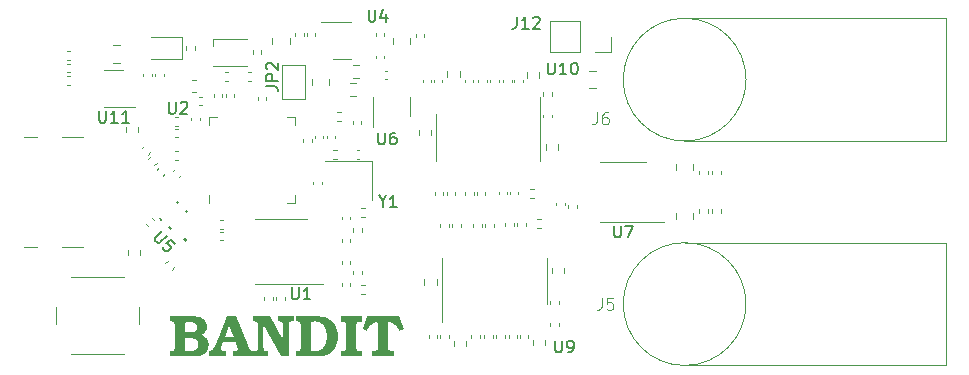
<source format=gbr>
%TF.GenerationSoftware,KiCad,Pcbnew,7.0.7*%
%TF.CreationDate,2024-02-05T21:16:27-08:00*%
%TF.ProjectId,Bandit_Dev_Platform,42616e64-6974-45f4-9465-765f506c6174,rev?*%
%TF.SameCoordinates,Original*%
%TF.FileFunction,Legend,Top*%
%TF.FilePolarity,Positive*%
%FSLAX46Y46*%
G04 Gerber Fmt 4.6, Leading zero omitted, Abs format (unit mm)*
G04 Created by KiCad (PCBNEW 7.0.7) date 2024-02-05 21:16:27*
%MOMM*%
%LPD*%
G01*
G04 APERTURE LIST*
%ADD10C,0.300000*%
%ADD11C,0.150000*%
%ADD12C,0.100000*%
%ADD13C,0.120000*%
%ADD14C,0.127000*%
%ADD15C,0.200000*%
G04 APERTURE END LIST*
D10*
G36*
X34338479Y-46413286D02*
G01*
X34391323Y-46414278D01*
X34442638Y-46415931D01*
X34492423Y-46418245D01*
X34540678Y-46421221D01*
X34587404Y-46424857D01*
X34632601Y-46429155D01*
X34676269Y-46434113D01*
X34718407Y-46439733D01*
X34759015Y-46446014D01*
X34798095Y-46452957D01*
X34835645Y-46460560D01*
X34871665Y-46468825D01*
X34906157Y-46477751D01*
X34939118Y-46487338D01*
X34970551Y-46497586D01*
X35015016Y-46513324D01*
X35057799Y-46530618D01*
X35098898Y-46549468D01*
X35138315Y-46569874D01*
X35176049Y-46591837D01*
X35212099Y-46615355D01*
X35246467Y-46640429D01*
X35279152Y-46667060D01*
X35310153Y-46695247D01*
X35339472Y-46724989D01*
X35367108Y-46756288D01*
X35393060Y-46789143D01*
X35417330Y-46823554D01*
X35439917Y-46859521D01*
X35460821Y-46897045D01*
X35480041Y-46936124D01*
X35496070Y-46976035D01*
X35509961Y-47016266D01*
X35521715Y-47056818D01*
X35531332Y-47097691D01*
X35538812Y-47138884D01*
X35544155Y-47180397D01*
X35547361Y-47222232D01*
X35548429Y-47264386D01*
X35546593Y-47323889D01*
X35541083Y-47381434D01*
X35531900Y-47437023D01*
X35519044Y-47490655D01*
X35502515Y-47542330D01*
X35482312Y-47592048D01*
X35458436Y-47639809D01*
X35430887Y-47685614D01*
X35399665Y-47729462D01*
X35364770Y-47771353D01*
X35326202Y-47811287D01*
X35283960Y-47849264D01*
X35238045Y-47885285D01*
X35188457Y-47919348D01*
X35135196Y-47951455D01*
X35078262Y-47981606D01*
X35116234Y-47994784D01*
X35153001Y-48008780D01*
X35188563Y-48023595D01*
X35222919Y-48039228D01*
X35256069Y-48055679D01*
X35288014Y-48072948D01*
X35318754Y-48091035D01*
X35348288Y-48109940D01*
X35376616Y-48129663D01*
X35429657Y-48171564D01*
X35477876Y-48216738D01*
X35521273Y-48265184D01*
X35559848Y-48316902D01*
X35593601Y-48371893D01*
X35622533Y-48430156D01*
X35646642Y-48491692D01*
X35665929Y-48556500D01*
X35673765Y-48590132D01*
X35680395Y-48624581D01*
X35685820Y-48659849D01*
X35690039Y-48695935D01*
X35693053Y-48732838D01*
X35694861Y-48770560D01*
X35695464Y-48809100D01*
X35694856Y-48850357D01*
X35693033Y-48890779D01*
X35689994Y-48930365D01*
X35685740Y-48969118D01*
X35680270Y-49007035D01*
X35673585Y-49044117D01*
X35665684Y-49080365D01*
X35656568Y-49115778D01*
X35646236Y-49150356D01*
X35634689Y-49184099D01*
X35621926Y-49217007D01*
X35607948Y-49249081D01*
X35592755Y-49280320D01*
X35576346Y-49310724D01*
X35558721Y-49340293D01*
X35539881Y-49369027D01*
X35519825Y-49396927D01*
X35498554Y-49423991D01*
X35476068Y-49450221D01*
X35452366Y-49475616D01*
X35427448Y-49500176D01*
X35401315Y-49523902D01*
X35373967Y-49546792D01*
X35345403Y-49568848D01*
X35315623Y-49590069D01*
X35284628Y-49610455D01*
X35252418Y-49630007D01*
X35218992Y-49648723D01*
X35184350Y-49666605D01*
X35148493Y-49683652D01*
X35111421Y-49699864D01*
X35073133Y-49715241D01*
X35028859Y-49731282D01*
X34980348Y-49745745D01*
X34945653Y-49754511D01*
X34909075Y-49762575D01*
X34870613Y-49769938D01*
X34830269Y-49776600D01*
X34788040Y-49782561D01*
X34743929Y-49787820D01*
X34697934Y-49792378D01*
X34650056Y-49796235D01*
X34600294Y-49799391D01*
X34548649Y-49801845D01*
X34495121Y-49803598D01*
X34439709Y-49804650D01*
X34382414Y-49805001D01*
X32398307Y-49805001D01*
X32398307Y-49396382D01*
X32447948Y-49391426D01*
X32493967Y-49385854D01*
X32536365Y-49379665D01*
X32575141Y-49372860D01*
X32610296Y-49365440D01*
X32651536Y-49354587D01*
X32686337Y-49342639D01*
X32720786Y-49326164D01*
X32741102Y-49311752D01*
X32766468Y-49283752D01*
X32787534Y-49246236D01*
X32801292Y-49209370D01*
X32812298Y-49166414D01*
X32818747Y-49130200D01*
X32823649Y-49090560D01*
X32827002Y-49047493D01*
X32828808Y-49001001D01*
X32829152Y-48968102D01*
X32829152Y-48273109D01*
X33686566Y-48273109D01*
X33686566Y-49124540D01*
X33687310Y-49161551D01*
X33690239Y-49197603D01*
X33695969Y-49225412D01*
X33710155Y-49259072D01*
X33735186Y-49288244D01*
X33771063Y-49312927D01*
X33805088Y-49328495D01*
X33845214Y-49341538D01*
X33891441Y-49352057D01*
X33925649Y-49357667D01*
X33962567Y-49362155D01*
X34002198Y-49365521D01*
X34044540Y-49367765D01*
X34089593Y-49368887D01*
X34113136Y-49369027D01*
X34150639Y-49368459D01*
X34187281Y-49366756D01*
X34223061Y-49363918D01*
X34257980Y-49359944D01*
X34292037Y-49354835D01*
X34341507Y-49345043D01*
X34389039Y-49332696D01*
X34434632Y-49317794D01*
X34478287Y-49300338D01*
X34520004Y-49280328D01*
X34559782Y-49257763D01*
X34597622Y-49232643D01*
X34609804Y-49223703D01*
X34644483Y-49195054D01*
X34675751Y-49163926D01*
X34703608Y-49130319D01*
X34728054Y-49094233D01*
X34749089Y-49055667D01*
X34766712Y-49014622D01*
X34780925Y-48971097D01*
X34791727Y-48925093D01*
X34799117Y-48876609D01*
X34803097Y-48825646D01*
X34803855Y-48790294D01*
X34803034Y-48752663D01*
X34800569Y-48716496D01*
X34796462Y-48681791D01*
X34787221Y-48632476D01*
X34774283Y-48586452D01*
X34757648Y-48543719D01*
X34737317Y-48504276D01*
X34713289Y-48468125D01*
X34685565Y-48435264D01*
X34654144Y-48405694D01*
X34619027Y-48379415D01*
X34593562Y-48363723D01*
X34561568Y-48347530D01*
X34526493Y-48332929D01*
X34488338Y-48319921D01*
X34447102Y-48308505D01*
X34402786Y-48298683D01*
X34355389Y-48290453D01*
X34304912Y-48283817D01*
X34269550Y-48280277D01*
X34232818Y-48277445D01*
X34194717Y-48275322D01*
X34155247Y-48273906D01*
X34114408Y-48273198D01*
X34093475Y-48273109D01*
X33686566Y-48273109D01*
X32829152Y-48273109D01*
X32829152Y-47780716D01*
X33686566Y-47780716D01*
X34078942Y-47780716D01*
X34118124Y-47780303D01*
X34156062Y-47779063D01*
X34192757Y-47776997D01*
X34228207Y-47774104D01*
X34262414Y-47770385D01*
X34327095Y-47760467D01*
X34386801Y-47747244D01*
X34441531Y-47730715D01*
X34491286Y-47710879D01*
X34536066Y-47687738D01*
X34575870Y-47661291D01*
X34610698Y-47631539D01*
X34640551Y-47598480D01*
X34665429Y-47562115D01*
X34685331Y-47522445D01*
X34700257Y-47479469D01*
X34710208Y-47433187D01*
X34715184Y-47383599D01*
X34715806Y-47357565D01*
X34713354Y-47302805D01*
X34706001Y-47251577D01*
X34693746Y-47203882D01*
X34676589Y-47159721D01*
X34654530Y-47119092D01*
X34627569Y-47081996D01*
X34595706Y-47048433D01*
X34558941Y-47018403D01*
X34517273Y-46991906D01*
X34470704Y-46968942D01*
X34419233Y-46949511D01*
X34362859Y-46933613D01*
X34301584Y-46921248D01*
X34235407Y-46912415D01*
X34200480Y-46909324D01*
X34164327Y-46907116D01*
X34126949Y-46905791D01*
X34088346Y-46905349D01*
X34048405Y-46905680D01*
X34010648Y-46906672D01*
X33975075Y-46908325D01*
X33925810Y-46912044D01*
X33881459Y-46917251D01*
X33842021Y-46923945D01*
X33807497Y-46932127D01*
X33769109Y-46945350D01*
X33733408Y-46965599D01*
X33711357Y-46989980D01*
X33698284Y-47026110D01*
X33692013Y-47061336D01*
X33688527Y-47098041D01*
X33686953Y-47133220D01*
X33686566Y-47164369D01*
X33686566Y-47780716D01*
X32829152Y-47780716D01*
X32829152Y-47249854D01*
X32828378Y-47201077D01*
X32826056Y-47155727D01*
X32822187Y-47113803D01*
X32816770Y-47075304D01*
X32809805Y-47040232D01*
X32798111Y-46998799D01*
X32783665Y-46963456D01*
X32761739Y-46927843D01*
X32741102Y-46906204D01*
X32708214Y-46884997D01*
X32669741Y-46869206D01*
X32631721Y-46857806D01*
X32587262Y-46847501D01*
X32549692Y-46840491D01*
X32508502Y-46834097D01*
X32463690Y-46828319D01*
X32415256Y-46823158D01*
X32398307Y-46821574D01*
X32398307Y-46412956D01*
X34284106Y-46412956D01*
X34338479Y-46413286D01*
G37*
G36*
X39000314Y-48859536D02*
G01*
X39016532Y-48896913D01*
X39032063Y-48932319D01*
X39046906Y-48965755D01*
X39061061Y-48997221D01*
X39081004Y-49040725D01*
X39099399Y-49079797D01*
X39116247Y-49114436D01*
X39136302Y-49153726D01*
X39153606Y-49185135D01*
X39174403Y-49217472D01*
X39177267Y-49221138D01*
X39205758Y-49248480D01*
X39239939Y-49273230D01*
X39279809Y-49295390D01*
X39313447Y-49310309D01*
X39350284Y-49323770D01*
X39390323Y-49335774D01*
X39433562Y-49346320D01*
X39480002Y-49355409D01*
X39529643Y-49363040D01*
X39564515Y-49367317D01*
X39564515Y-49805001D01*
X37775314Y-49805001D01*
X37775314Y-49367317D01*
X37825209Y-49362813D01*
X37871885Y-49357633D01*
X37915342Y-49351780D01*
X37955580Y-49345252D01*
X37992599Y-49338049D01*
X38026399Y-49330171D01*
X38071063Y-49317091D01*
X38108485Y-49302492D01*
X38138663Y-49286376D01*
X38167635Y-49262527D01*
X38185742Y-49228922D01*
X38187351Y-49214299D01*
X38180289Y-49175300D01*
X38167733Y-49129833D01*
X38154197Y-49085512D01*
X38143210Y-49051097D01*
X38130655Y-49012789D01*
X38116530Y-48970588D01*
X38100835Y-48924493D01*
X38083571Y-48874504D01*
X38064738Y-48820622D01*
X38044335Y-48762846D01*
X38022363Y-48701176D01*
X38010788Y-48668882D01*
X37998821Y-48635613D01*
X37986461Y-48601372D01*
X36932431Y-48601372D01*
X36775994Y-49013409D01*
X36763188Y-49047808D01*
X36750686Y-49085395D01*
X36741309Y-49118954D01*
X36734320Y-49153017D01*
X36731542Y-49185234D01*
X36737913Y-49219455D01*
X36757027Y-49250310D01*
X36782689Y-49273451D01*
X36817200Y-49294254D01*
X36851181Y-49309214D01*
X36890824Y-49322678D01*
X36912770Y-49328849D01*
X36949208Y-49336703D01*
X36989019Y-49343365D01*
X37030367Y-49349421D01*
X37068795Y-49354597D01*
X37111978Y-49360067D01*
X37147486Y-49364362D01*
X37172644Y-49367317D01*
X37172644Y-49805001D01*
X35688625Y-49805001D01*
X35688625Y-49367317D01*
X35725002Y-49360989D01*
X35762889Y-49352634D01*
X35799191Y-49343605D01*
X35839792Y-49332698D01*
X35875369Y-49322621D01*
X35913697Y-49311341D01*
X35923709Y-49308333D01*
X35961248Y-49286629D01*
X35998531Y-49258705D01*
X36035559Y-49224559D01*
X36060103Y-49198339D01*
X36084533Y-49169354D01*
X36108849Y-49137605D01*
X36133052Y-49103090D01*
X36157142Y-49065811D01*
X36181118Y-49025766D01*
X36204980Y-48982957D01*
X36228729Y-48937383D01*
X36252364Y-48889044D01*
X36275886Y-48837940D01*
X36299294Y-48784071D01*
X36310956Y-48756100D01*
X36556263Y-48163689D01*
X37089724Y-48163689D01*
X37824895Y-48163689D01*
X37461584Y-47216515D01*
X37089724Y-48163689D01*
X36556263Y-48163689D01*
X37281210Y-46412956D01*
X38040317Y-46412956D01*
X39000314Y-48859536D01*
G37*
G36*
X42898429Y-46821574D02*
G01*
X42864412Y-46825411D01*
X42816455Y-46831529D01*
X42772179Y-46838083D01*
X42731584Y-46845073D01*
X42694671Y-46852499D01*
X42651181Y-46863078D01*
X42614235Y-46874431D01*
X42577257Y-46889713D01*
X42550505Y-46906204D01*
X42526617Y-46934204D01*
X42506778Y-46971721D01*
X42493822Y-47008586D01*
X42483456Y-47051542D01*
X42477383Y-47087756D01*
X42472768Y-47127397D01*
X42469609Y-47170463D01*
X42467909Y-47216956D01*
X42467585Y-47249854D01*
X42467585Y-49805001D01*
X41859787Y-49805001D01*
X40335589Y-47091707D01*
X40335589Y-48953570D01*
X40336363Y-49002224D01*
X40338685Y-49047527D01*
X40342554Y-49089479D01*
X40347971Y-49128080D01*
X40354936Y-49163330D01*
X40366630Y-49205117D01*
X40381076Y-49240947D01*
X40398273Y-49270820D01*
X40423639Y-49299784D01*
X40456818Y-49318297D01*
X40495486Y-49332622D01*
X40533634Y-49343361D01*
X40578193Y-49353459D01*
X40615820Y-49360612D01*
X40657053Y-49367404D01*
X40701892Y-49373836D01*
X40750338Y-49379906D01*
X40767288Y-49381850D01*
X40767288Y-49805001D01*
X39449110Y-49805001D01*
X39449110Y-49396382D01*
X39497834Y-49391426D01*
X39543026Y-49385854D01*
X39584688Y-49379665D01*
X39622818Y-49372860D01*
X39657417Y-49365440D01*
X39698056Y-49354587D01*
X39732417Y-49342639D01*
X39766540Y-49326164D01*
X39786775Y-49311752D01*
X39813619Y-49284128D01*
X39835913Y-49247739D01*
X39850472Y-49212316D01*
X39862119Y-49171283D01*
X39868944Y-49136827D01*
X39874130Y-49099215D01*
X39877679Y-49058448D01*
X39879590Y-49014525D01*
X39879954Y-48983490D01*
X39879954Y-47234467D01*
X39879135Y-47188440D01*
X39876678Y-47145569D01*
X39872584Y-47105853D01*
X39866851Y-47069294D01*
X39859480Y-47035889D01*
X39847105Y-46996259D01*
X39831818Y-46962239D01*
X39808614Y-46927602D01*
X39786775Y-46906204D01*
X39754067Y-46884997D01*
X39716021Y-46869206D01*
X39678521Y-46857806D01*
X39634743Y-46847501D01*
X39597790Y-46840491D01*
X39557306Y-46834097D01*
X39513290Y-46828319D01*
X39465743Y-46823158D01*
X39449110Y-46821574D01*
X39449110Y-46412956D01*
X40894661Y-46412956D01*
X42011095Y-48393643D01*
X42011095Y-47244725D01*
X42010276Y-47198080D01*
X42007819Y-47154635D01*
X42003725Y-47114391D01*
X41997992Y-47077348D01*
X41990621Y-47043505D01*
X41978246Y-47003361D01*
X41962959Y-46968906D01*
X41939755Y-46933840D01*
X41917916Y-46912188D01*
X41885208Y-46890660D01*
X41847162Y-46874602D01*
X41809662Y-46862988D01*
X41765884Y-46852470D01*
X41728931Y-46845300D01*
X41688447Y-46838745D01*
X41644431Y-46832807D01*
X41596884Y-46827485D01*
X41580251Y-46825848D01*
X41580251Y-46412956D01*
X42898429Y-46412956D01*
X42898429Y-46821574D01*
G37*
G36*
X44697286Y-46413028D02*
G01*
X44732877Y-46413246D01*
X44767904Y-46413609D01*
X44802367Y-46414118D01*
X44869600Y-46415570D01*
X44934575Y-46417604D01*
X44997293Y-46420219D01*
X45057754Y-46423414D01*
X45115957Y-46427191D01*
X45171903Y-46431549D01*
X45225591Y-46436488D01*
X45277023Y-46442007D01*
X45326197Y-46448108D01*
X45373113Y-46454790D01*
X45417772Y-46462053D01*
X45460174Y-46469897D01*
X45500319Y-46478322D01*
X45538206Y-46487328D01*
X45573128Y-46497389D01*
X45608010Y-46508766D01*
X45642852Y-46521458D01*
X45677653Y-46535467D01*
X45712415Y-46550790D01*
X45747137Y-46567430D01*
X45781818Y-46585385D01*
X45816460Y-46604656D01*
X45851061Y-46625242D01*
X45885622Y-46647145D01*
X45920144Y-46670363D01*
X45954625Y-46694896D01*
X45989066Y-46720745D01*
X46023467Y-46747910D01*
X46057828Y-46776391D01*
X46092149Y-46806187D01*
X46125914Y-46836767D01*
X46158607Y-46868027D01*
X46190228Y-46899966D01*
X46220777Y-46932584D01*
X46250254Y-46965883D01*
X46278660Y-46999860D01*
X46305993Y-47034518D01*
X46332255Y-47069855D01*
X46357445Y-47105871D01*
X46381562Y-47142567D01*
X46404608Y-47179942D01*
X46426582Y-47217997D01*
X46447484Y-47256732D01*
X46467314Y-47296146D01*
X46486073Y-47336240D01*
X46503759Y-47377013D01*
X46520374Y-47418466D01*
X46535916Y-47460598D01*
X46550387Y-47503410D01*
X46563786Y-47546901D01*
X46576112Y-47591072D01*
X46587367Y-47635922D01*
X46597550Y-47681452D01*
X46606662Y-47727662D01*
X46614701Y-47774551D01*
X46621668Y-47822119D01*
X46627564Y-47870367D01*
X46632387Y-47919295D01*
X46636139Y-47968902D01*
X46638819Y-48019189D01*
X46640427Y-48070155D01*
X46640963Y-48121801D01*
X46640004Y-48187307D01*
X46637129Y-48251965D01*
X46632337Y-48315775D01*
X46625629Y-48378737D01*
X46617003Y-48440850D01*
X46606461Y-48502116D01*
X46594003Y-48562533D01*
X46579627Y-48622102D01*
X46563335Y-48680823D01*
X46545126Y-48738695D01*
X46525000Y-48795720D01*
X46502958Y-48851896D01*
X46478998Y-48907224D01*
X46453123Y-48961704D01*
X46425330Y-49015336D01*
X46395621Y-49068120D01*
X46362435Y-49123024D01*
X46327633Y-49175751D01*
X46291215Y-49226300D01*
X46253181Y-49274673D01*
X46213531Y-49320868D01*
X46172264Y-49364886D01*
X46129382Y-49406727D01*
X46084883Y-49446391D01*
X46038767Y-49483877D01*
X45991036Y-49519187D01*
X45941689Y-49552319D01*
X45890725Y-49583274D01*
X45838145Y-49612052D01*
X45783949Y-49638652D01*
X45728136Y-49663075D01*
X45670708Y-49685322D01*
X45629338Y-49699814D01*
X45586011Y-49713371D01*
X45540727Y-49725994D01*
X45493487Y-49737681D01*
X45444289Y-49748433D01*
X45393135Y-49758251D01*
X45340024Y-49767133D01*
X45284957Y-49775081D01*
X45227932Y-49782093D01*
X45168951Y-49788171D01*
X45108013Y-49793313D01*
X45045118Y-49797521D01*
X44980266Y-49800793D01*
X44913458Y-49803131D01*
X44844692Y-49804533D01*
X44809576Y-49804884D01*
X44773970Y-49805001D01*
X43073674Y-49805001D01*
X43073674Y-49396382D01*
X43123314Y-49391426D01*
X43169333Y-49385854D01*
X43211731Y-49379665D01*
X43250507Y-49372860D01*
X43285662Y-49365440D01*
X43326902Y-49354587D01*
X43361704Y-49342639D01*
X43396152Y-49326164D01*
X43416468Y-49311752D01*
X43441834Y-49283752D01*
X43462901Y-49246236D01*
X43476659Y-49209370D01*
X43487665Y-49166414D01*
X43490859Y-49148476D01*
X44361933Y-49148476D01*
X44362520Y-49185181D01*
X44364908Y-49221295D01*
X44371336Y-49253622D01*
X44390841Y-49285391D01*
X44421575Y-49311775D01*
X44454246Y-49329006D01*
X44494104Y-49342790D01*
X44528713Y-49350867D01*
X44567364Y-49357006D01*
X44610057Y-49361206D01*
X44656792Y-49363467D01*
X44690195Y-49363898D01*
X44751804Y-49362349D01*
X44811610Y-49357700D01*
X44869613Y-49349953D01*
X44925813Y-49339107D01*
X44980209Y-49325163D01*
X45032803Y-49308119D01*
X45083593Y-49287977D01*
X45132580Y-49264735D01*
X45179763Y-49238395D01*
X45225144Y-49208956D01*
X45268721Y-49176419D01*
X45310495Y-49140782D01*
X45350466Y-49102047D01*
X45388634Y-49060212D01*
X45424999Y-49015279D01*
X45459560Y-48967248D01*
X45488648Y-48922729D01*
X45515860Y-48876794D01*
X45541195Y-48829443D01*
X45564653Y-48780677D01*
X45586235Y-48730494D01*
X45605940Y-48678896D01*
X45623768Y-48625882D01*
X45639719Y-48571452D01*
X45653794Y-48515606D01*
X45665993Y-48458345D01*
X45676314Y-48399667D01*
X45684759Y-48339574D01*
X45691328Y-48278065D01*
X45696019Y-48215140D01*
X45698834Y-48150799D01*
X45699773Y-48085042D01*
X45698891Y-48019379D01*
X45696246Y-47955319D01*
X45691839Y-47892861D01*
X45685668Y-47832007D01*
X45677734Y-47772755D01*
X45668036Y-47715106D01*
X45656576Y-47659060D01*
X45643353Y-47604617D01*
X45628366Y-47551776D01*
X45611616Y-47500539D01*
X45593103Y-47450904D01*
X45572827Y-47402872D01*
X45550788Y-47356443D01*
X45526986Y-47311617D01*
X45501421Y-47268394D01*
X45474092Y-47226773D01*
X45440673Y-47181226D01*
X45405384Y-47138617D01*
X45368224Y-47098946D01*
X45329195Y-47062214D01*
X45288296Y-47028421D01*
X45245527Y-46997566D01*
X45200888Y-46969650D01*
X45154378Y-46944673D01*
X45105999Y-46922633D01*
X45055750Y-46903533D01*
X45003631Y-46887371D01*
X44949642Y-46874147D01*
X44893783Y-46863862D01*
X44836054Y-46856516D01*
X44776455Y-46852108D01*
X44714986Y-46850639D01*
X44680209Y-46850947D01*
X44637346Y-46852316D01*
X44598491Y-46854781D01*
X44563642Y-46858340D01*
X44525716Y-46864330D01*
X44488470Y-46873777D01*
X44460240Y-46885688D01*
X44431919Y-46905974D01*
X44408398Y-46932104D01*
X44389678Y-46964077D01*
X44375757Y-47001894D01*
X44368077Y-47036355D01*
X44363469Y-47074556D01*
X44361933Y-47116497D01*
X44361933Y-49148476D01*
X43490859Y-49148476D01*
X43494114Y-49130200D01*
X43499015Y-49090560D01*
X43502368Y-49047493D01*
X43504174Y-49001001D01*
X43504518Y-48968102D01*
X43504518Y-47249854D01*
X43503744Y-47201077D01*
X43501423Y-47155727D01*
X43497553Y-47113803D01*
X43492136Y-47075304D01*
X43485171Y-47040232D01*
X43473477Y-46998799D01*
X43459031Y-46963456D01*
X43437105Y-46927843D01*
X43416468Y-46906204D01*
X43383580Y-46884997D01*
X43345108Y-46869206D01*
X43307087Y-46857806D01*
X43262628Y-46847501D01*
X43225059Y-46840491D01*
X43183868Y-46834097D01*
X43139056Y-46828319D01*
X43090623Y-46823158D01*
X43073674Y-46821574D01*
X43073674Y-46412956D01*
X44661130Y-46412956D01*
X44697286Y-46413028D01*
G37*
G36*
X48651570Y-49805001D02*
G01*
X46893143Y-49805001D01*
X46893143Y-49367317D01*
X46942829Y-49362611D01*
X46988983Y-49357470D01*
X47031606Y-49351892D01*
X47070698Y-49345879D01*
X47106259Y-49339430D01*
X47148180Y-49330154D01*
X47183823Y-49320103D01*
X47219549Y-49306449D01*
X47241067Y-49294655D01*
X47270620Y-49267528D01*
X47295163Y-49232094D01*
X47311192Y-49197767D01*
X47324014Y-49158123D01*
X47333631Y-49113163D01*
X47338740Y-49075955D01*
X47342046Y-49035756D01*
X47343549Y-48992567D01*
X47343649Y-48977506D01*
X47343649Y-47240451D01*
X47342748Y-47196265D01*
X47340043Y-47155069D01*
X47335535Y-47116864D01*
X47329224Y-47081649D01*
X47318004Y-47039347D01*
X47303578Y-47002362D01*
X47285947Y-46970692D01*
X47259400Y-46938581D01*
X47241067Y-46923301D01*
X47206436Y-46905900D01*
X47166786Y-46892731D01*
X47128004Y-46883067D01*
X47082944Y-46874178D01*
X47045029Y-46868020D01*
X47003583Y-46862297D01*
X46958606Y-46857010D01*
X46910098Y-46852159D01*
X46893143Y-46850639D01*
X46893143Y-46412956D01*
X48651570Y-46412956D01*
X48651570Y-46850639D01*
X48601884Y-46855345D01*
X48555730Y-46860486D01*
X48513106Y-46866064D01*
X48474015Y-46872077D01*
X48438454Y-46878526D01*
X48396533Y-46887802D01*
X48360890Y-46897854D01*
X48325164Y-46911507D01*
X48303646Y-46923301D01*
X48274093Y-46950429D01*
X48249550Y-46985862D01*
X48233521Y-47020190D01*
X48220699Y-47059833D01*
X48211081Y-47104793D01*
X48205972Y-47142002D01*
X48202667Y-47182201D01*
X48201164Y-47225390D01*
X48201064Y-47240451D01*
X48201064Y-48977506D01*
X48201965Y-49021692D01*
X48204670Y-49062887D01*
X48209178Y-49101092D01*
X48215489Y-49136307D01*
X48226709Y-49178609D01*
X48241135Y-49215595D01*
X48258766Y-49247264D01*
X48285313Y-49279375D01*
X48303646Y-49294655D01*
X48338277Y-49312056D01*
X48377927Y-49325225D01*
X48416709Y-49334889D01*
X48461769Y-49343778D01*
X48499683Y-49349936D01*
X48541130Y-49355659D01*
X48586107Y-49360946D01*
X48634615Y-49365797D01*
X48651570Y-49367317D01*
X48651570Y-49805001D01*
G37*
G36*
X52199197Y-47475534D02*
G01*
X51841015Y-47624278D01*
X51821388Y-47590994D01*
X51803583Y-47561061D01*
X51783909Y-47528189D01*
X51762364Y-47492379D01*
X51738949Y-47453630D01*
X51720160Y-47422641D01*
X51700320Y-47389998D01*
X51679428Y-47355702D01*
X51664916Y-47331920D01*
X51641301Y-47301786D01*
X51618400Y-47275540D01*
X51591051Y-47246167D01*
X51564863Y-47219303D01*
X51535586Y-47190268D01*
X51523011Y-47178047D01*
X51488145Y-47145025D01*
X51453434Y-47114133D01*
X51418876Y-47085372D01*
X51384472Y-47058742D01*
X51350221Y-47034241D01*
X51316124Y-47011872D01*
X51282180Y-46991632D01*
X51248390Y-46973524D01*
X51214754Y-46957545D01*
X51181271Y-46943697D01*
X51147942Y-46931980D01*
X51114766Y-46922393D01*
X51065291Y-46912007D01*
X51016161Y-46906415D01*
X50983600Y-46905349D01*
X50946361Y-46908395D01*
X50912885Y-46920767D01*
X50891888Y-46948175D01*
X50890422Y-46954076D01*
X50886420Y-46990222D01*
X50885538Y-47029105D01*
X50885298Y-47067453D01*
X50885293Y-47074610D01*
X50885293Y-48969812D01*
X50885647Y-49007679D01*
X50886712Y-49042207D01*
X50888926Y-49079233D01*
X50892800Y-49116352D01*
X50898931Y-49150760D01*
X50899825Y-49154460D01*
X50910911Y-49194435D01*
X50928676Y-49229944D01*
X50953120Y-49260986D01*
X50984241Y-49287562D01*
X51013948Y-49305608D01*
X51047928Y-49320795D01*
X51086182Y-49333123D01*
X51121472Y-49341480D01*
X51155545Y-49347148D01*
X51197006Y-49352566D01*
X51235495Y-49356720D01*
X51278711Y-49360714D01*
X51314227Y-49363604D01*
X51352402Y-49366404D01*
X51365718Y-49367317D01*
X51365718Y-49805001D01*
X49548307Y-49805001D01*
X49548307Y-49367317D01*
X49587362Y-49364547D01*
X49623741Y-49361687D01*
X49668086Y-49357734D01*
X49707677Y-49353620D01*
X49742512Y-49349345D01*
X49779369Y-49343777D01*
X49813790Y-49336765D01*
X49826988Y-49333123D01*
X49865323Y-49320781D01*
X49899544Y-49305554D01*
X49929650Y-49287442D01*
X49961499Y-49260745D01*
X49986919Y-49229540D01*
X50005911Y-49193826D01*
X50018475Y-49153605D01*
X50023020Y-49115084D01*
X50025527Y-49077737D01*
X50026960Y-49040581D01*
X50027649Y-49005990D01*
X50027878Y-48968102D01*
X50027878Y-47060932D01*
X50026582Y-47024467D01*
X50021319Y-46985724D01*
X50009658Y-46949259D01*
X49988685Y-46920543D01*
X49954999Y-46905957D01*
X49944958Y-46905349D01*
X49893807Y-46907386D01*
X49843257Y-46913494D01*
X49793309Y-46923674D01*
X49743961Y-46937927D01*
X49711397Y-46949691D01*
X49679099Y-46963266D01*
X49647069Y-46978649D01*
X49615306Y-46995843D01*
X49583810Y-47014847D01*
X49552581Y-47035661D01*
X49521620Y-47058284D01*
X49490925Y-47082717D01*
X49460498Y-47108961D01*
X49430338Y-47137014D01*
X49403811Y-47162459D01*
X49378085Y-47188572D01*
X49353161Y-47215353D01*
X49329038Y-47242801D01*
X49305717Y-47270918D01*
X49283197Y-47299702D01*
X49261478Y-47329155D01*
X49240561Y-47359275D01*
X49220446Y-47390063D01*
X49201131Y-47421519D01*
X49182618Y-47453642D01*
X49164907Y-47486434D01*
X49147997Y-47519893D01*
X49131888Y-47554020D01*
X49116581Y-47588815D01*
X49102076Y-47624278D01*
X48754152Y-47475534D01*
X49102076Y-46412956D01*
X51802547Y-46412956D01*
X52199197Y-47475534D01*
G37*
D11*
X70038095Y-38729819D02*
X70038095Y-39539342D01*
X70038095Y-39539342D02*
X70085714Y-39634580D01*
X70085714Y-39634580D02*
X70133333Y-39682200D01*
X70133333Y-39682200D02*
X70228571Y-39729819D01*
X70228571Y-39729819D02*
X70419047Y-39729819D01*
X70419047Y-39729819D02*
X70514285Y-39682200D01*
X70514285Y-39682200D02*
X70561904Y-39634580D01*
X70561904Y-39634580D02*
X70609523Y-39539342D01*
X70609523Y-39539342D02*
X70609523Y-38729819D01*
X70990476Y-38729819D02*
X71657142Y-38729819D01*
X71657142Y-38729819D02*
X71228571Y-39729819D01*
X42738095Y-43954819D02*
X42738095Y-44764342D01*
X42738095Y-44764342D02*
X42785714Y-44859580D01*
X42785714Y-44859580D02*
X42833333Y-44907200D01*
X42833333Y-44907200D02*
X42928571Y-44954819D01*
X42928571Y-44954819D02*
X43119047Y-44954819D01*
X43119047Y-44954819D02*
X43214285Y-44907200D01*
X43214285Y-44907200D02*
X43261904Y-44859580D01*
X43261904Y-44859580D02*
X43309523Y-44764342D01*
X43309523Y-44764342D02*
X43309523Y-43954819D01*
X44309523Y-44954819D02*
X43738095Y-44954819D01*
X44023809Y-44954819D02*
X44023809Y-43954819D01*
X44023809Y-43954819D02*
X43928571Y-44097676D01*
X43928571Y-44097676D02*
X43833333Y-44192914D01*
X43833333Y-44192914D02*
X43738095Y-44240533D01*
X40554819Y-26933333D02*
X41269104Y-26933333D01*
X41269104Y-26933333D02*
X41411961Y-26980952D01*
X41411961Y-26980952D02*
X41507200Y-27076190D01*
X41507200Y-27076190D02*
X41554819Y-27219047D01*
X41554819Y-27219047D02*
X41554819Y-27314285D01*
X41554819Y-26457142D02*
X40554819Y-26457142D01*
X40554819Y-26457142D02*
X40554819Y-26076190D01*
X40554819Y-26076190D02*
X40602438Y-25980952D01*
X40602438Y-25980952D02*
X40650057Y-25933333D01*
X40650057Y-25933333D02*
X40745295Y-25885714D01*
X40745295Y-25885714D02*
X40888152Y-25885714D01*
X40888152Y-25885714D02*
X40983390Y-25933333D01*
X40983390Y-25933333D02*
X41031009Y-25980952D01*
X41031009Y-25980952D02*
X41078628Y-26076190D01*
X41078628Y-26076190D02*
X41078628Y-26457142D01*
X40650057Y-25504761D02*
X40602438Y-25457142D01*
X40602438Y-25457142D02*
X40554819Y-25361904D01*
X40554819Y-25361904D02*
X40554819Y-25123809D01*
X40554819Y-25123809D02*
X40602438Y-25028571D01*
X40602438Y-25028571D02*
X40650057Y-24980952D01*
X40650057Y-24980952D02*
X40745295Y-24933333D01*
X40745295Y-24933333D02*
X40840533Y-24933333D01*
X40840533Y-24933333D02*
X40983390Y-24980952D01*
X40983390Y-24980952D02*
X41554819Y-25552380D01*
X41554819Y-25552380D02*
X41554819Y-24933333D01*
X31746752Y-39175750D02*
X31174332Y-39748170D01*
X31174332Y-39748170D02*
X31140660Y-39849185D01*
X31140660Y-39849185D02*
X31140660Y-39916529D01*
X31140660Y-39916529D02*
X31174332Y-40017544D01*
X31174332Y-40017544D02*
X31309019Y-40152231D01*
X31309019Y-40152231D02*
X31410034Y-40185903D01*
X31410034Y-40185903D02*
X31477378Y-40185903D01*
X31477378Y-40185903D02*
X31578393Y-40152231D01*
X31578393Y-40152231D02*
X32150813Y-39579811D01*
X32824248Y-40253246D02*
X32487530Y-39916529D01*
X32487530Y-39916529D02*
X32117141Y-40219575D01*
X32117141Y-40219575D02*
X32184484Y-40219575D01*
X32184484Y-40219575D02*
X32285500Y-40253246D01*
X32285500Y-40253246D02*
X32453858Y-40421605D01*
X32453858Y-40421605D02*
X32487530Y-40522620D01*
X32487530Y-40522620D02*
X32487530Y-40589964D01*
X32487530Y-40589964D02*
X32453858Y-40690979D01*
X32453858Y-40690979D02*
X32285500Y-40859338D01*
X32285500Y-40859338D02*
X32184484Y-40893010D01*
X32184484Y-40893010D02*
X32117141Y-40893010D01*
X32117141Y-40893010D02*
X32016126Y-40859338D01*
X32016126Y-40859338D02*
X31847767Y-40690979D01*
X31847767Y-40690979D02*
X31814095Y-40589964D01*
X31814095Y-40589964D02*
X31814095Y-40522620D01*
D12*
X68566666Y-29157419D02*
X68566666Y-29871704D01*
X68566666Y-29871704D02*
X68519047Y-30014561D01*
X68519047Y-30014561D02*
X68423809Y-30109800D01*
X68423809Y-30109800D02*
X68280952Y-30157419D01*
X68280952Y-30157419D02*
X68185714Y-30157419D01*
X69471428Y-29157419D02*
X69280952Y-29157419D01*
X69280952Y-29157419D02*
X69185714Y-29205038D01*
X69185714Y-29205038D02*
X69138095Y-29252657D01*
X69138095Y-29252657D02*
X69042857Y-29395514D01*
X69042857Y-29395514D02*
X68995238Y-29585990D01*
X68995238Y-29585990D02*
X68995238Y-29966942D01*
X68995238Y-29966942D02*
X69042857Y-30062180D01*
X69042857Y-30062180D02*
X69090476Y-30109800D01*
X69090476Y-30109800D02*
X69185714Y-30157419D01*
X69185714Y-30157419D02*
X69376190Y-30157419D01*
X69376190Y-30157419D02*
X69471428Y-30109800D01*
X69471428Y-30109800D02*
X69519047Y-30062180D01*
X69519047Y-30062180D02*
X69566666Y-29966942D01*
X69566666Y-29966942D02*
X69566666Y-29728847D01*
X69566666Y-29728847D02*
X69519047Y-29633609D01*
X69519047Y-29633609D02*
X69471428Y-29585990D01*
X69471428Y-29585990D02*
X69376190Y-29538371D01*
X69376190Y-29538371D02*
X69185714Y-29538371D01*
X69185714Y-29538371D02*
X69090476Y-29585990D01*
X69090476Y-29585990D02*
X69042857Y-29633609D01*
X69042857Y-29633609D02*
X68995238Y-29728847D01*
D11*
X49238095Y-20454819D02*
X49238095Y-21264342D01*
X49238095Y-21264342D02*
X49285714Y-21359580D01*
X49285714Y-21359580D02*
X49333333Y-21407200D01*
X49333333Y-21407200D02*
X49428571Y-21454819D01*
X49428571Y-21454819D02*
X49619047Y-21454819D01*
X49619047Y-21454819D02*
X49714285Y-21407200D01*
X49714285Y-21407200D02*
X49761904Y-21359580D01*
X49761904Y-21359580D02*
X49809523Y-21264342D01*
X49809523Y-21264342D02*
X49809523Y-20454819D01*
X50714285Y-20788152D02*
X50714285Y-21454819D01*
X50476190Y-20407200D02*
X50238095Y-21121485D01*
X50238095Y-21121485D02*
X50857142Y-21121485D01*
X64421905Y-24929819D02*
X64421905Y-25739342D01*
X64421905Y-25739342D02*
X64469524Y-25834580D01*
X64469524Y-25834580D02*
X64517143Y-25882200D01*
X64517143Y-25882200D02*
X64612381Y-25929819D01*
X64612381Y-25929819D02*
X64802857Y-25929819D01*
X64802857Y-25929819D02*
X64898095Y-25882200D01*
X64898095Y-25882200D02*
X64945714Y-25834580D01*
X64945714Y-25834580D02*
X64993333Y-25739342D01*
X64993333Y-25739342D02*
X64993333Y-24929819D01*
X65993333Y-25929819D02*
X65421905Y-25929819D01*
X65707619Y-25929819D02*
X65707619Y-24929819D01*
X65707619Y-24929819D02*
X65612381Y-25072676D01*
X65612381Y-25072676D02*
X65517143Y-25167914D01*
X65517143Y-25167914D02*
X65421905Y-25215533D01*
X66612381Y-24929819D02*
X66707619Y-24929819D01*
X66707619Y-24929819D02*
X66802857Y-24977438D01*
X66802857Y-24977438D02*
X66850476Y-25025057D01*
X66850476Y-25025057D02*
X66898095Y-25120295D01*
X66898095Y-25120295D02*
X66945714Y-25310771D01*
X66945714Y-25310771D02*
X66945714Y-25548866D01*
X66945714Y-25548866D02*
X66898095Y-25739342D01*
X66898095Y-25739342D02*
X66850476Y-25834580D01*
X66850476Y-25834580D02*
X66802857Y-25882200D01*
X66802857Y-25882200D02*
X66707619Y-25929819D01*
X66707619Y-25929819D02*
X66612381Y-25929819D01*
X66612381Y-25929819D02*
X66517143Y-25882200D01*
X66517143Y-25882200D02*
X66469524Y-25834580D01*
X66469524Y-25834580D02*
X66421905Y-25739342D01*
X66421905Y-25739342D02*
X66374286Y-25548866D01*
X66374286Y-25548866D02*
X66374286Y-25310771D01*
X66374286Y-25310771D02*
X66421905Y-25120295D01*
X66421905Y-25120295D02*
X66469524Y-25025057D01*
X66469524Y-25025057D02*
X66517143Y-24977438D01*
X66517143Y-24977438D02*
X66612381Y-24929819D01*
X61790476Y-21054819D02*
X61790476Y-21769104D01*
X61790476Y-21769104D02*
X61742857Y-21911961D01*
X61742857Y-21911961D02*
X61647619Y-22007200D01*
X61647619Y-22007200D02*
X61504762Y-22054819D01*
X61504762Y-22054819D02*
X61409524Y-22054819D01*
X62790476Y-22054819D02*
X62219048Y-22054819D01*
X62504762Y-22054819D02*
X62504762Y-21054819D01*
X62504762Y-21054819D02*
X62409524Y-21197676D01*
X62409524Y-21197676D02*
X62314286Y-21292914D01*
X62314286Y-21292914D02*
X62219048Y-21340533D01*
X63171429Y-21150057D02*
X63219048Y-21102438D01*
X63219048Y-21102438D02*
X63314286Y-21054819D01*
X63314286Y-21054819D02*
X63552381Y-21054819D01*
X63552381Y-21054819D02*
X63647619Y-21102438D01*
X63647619Y-21102438D02*
X63695238Y-21150057D01*
X63695238Y-21150057D02*
X63742857Y-21245295D01*
X63742857Y-21245295D02*
X63742857Y-21340533D01*
X63742857Y-21340533D02*
X63695238Y-21483390D01*
X63695238Y-21483390D02*
X63123810Y-22054819D01*
X63123810Y-22054819D02*
X63742857Y-22054819D01*
X50423809Y-36678628D02*
X50423809Y-37154819D01*
X50090476Y-36154819D02*
X50423809Y-36678628D01*
X50423809Y-36678628D02*
X50757142Y-36154819D01*
X51614285Y-37154819D02*
X51042857Y-37154819D01*
X51328571Y-37154819D02*
X51328571Y-36154819D01*
X51328571Y-36154819D02*
X51233333Y-36297676D01*
X51233333Y-36297676D02*
X51138095Y-36392914D01*
X51138095Y-36392914D02*
X51042857Y-36440533D01*
X65028295Y-48477319D02*
X65028295Y-49286842D01*
X65028295Y-49286842D02*
X65075914Y-49382080D01*
X65075914Y-49382080D02*
X65123533Y-49429700D01*
X65123533Y-49429700D02*
X65218771Y-49477319D01*
X65218771Y-49477319D02*
X65409247Y-49477319D01*
X65409247Y-49477319D02*
X65504485Y-49429700D01*
X65504485Y-49429700D02*
X65552104Y-49382080D01*
X65552104Y-49382080D02*
X65599723Y-49286842D01*
X65599723Y-49286842D02*
X65599723Y-48477319D01*
X66123533Y-49477319D02*
X66314009Y-49477319D01*
X66314009Y-49477319D02*
X66409247Y-49429700D01*
X66409247Y-49429700D02*
X66456866Y-49382080D01*
X66456866Y-49382080D02*
X66552104Y-49239223D01*
X66552104Y-49239223D02*
X66599723Y-49048747D01*
X66599723Y-49048747D02*
X66599723Y-48667795D01*
X66599723Y-48667795D02*
X66552104Y-48572557D01*
X66552104Y-48572557D02*
X66504485Y-48524938D01*
X66504485Y-48524938D02*
X66409247Y-48477319D01*
X66409247Y-48477319D02*
X66218771Y-48477319D01*
X66218771Y-48477319D02*
X66123533Y-48524938D01*
X66123533Y-48524938D02*
X66075914Y-48572557D01*
X66075914Y-48572557D02*
X66028295Y-48667795D01*
X66028295Y-48667795D02*
X66028295Y-48905890D01*
X66028295Y-48905890D02*
X66075914Y-49001128D01*
X66075914Y-49001128D02*
X66123533Y-49048747D01*
X66123533Y-49048747D02*
X66218771Y-49096366D01*
X66218771Y-49096366D02*
X66409247Y-49096366D01*
X66409247Y-49096366D02*
X66504485Y-49048747D01*
X66504485Y-49048747D02*
X66552104Y-49001128D01*
X66552104Y-49001128D02*
X66599723Y-48905890D01*
X26424405Y-29004819D02*
X26424405Y-29814342D01*
X26424405Y-29814342D02*
X26472024Y-29909580D01*
X26472024Y-29909580D02*
X26519643Y-29957200D01*
X26519643Y-29957200D02*
X26614881Y-30004819D01*
X26614881Y-30004819D02*
X26805357Y-30004819D01*
X26805357Y-30004819D02*
X26900595Y-29957200D01*
X26900595Y-29957200D02*
X26948214Y-29909580D01*
X26948214Y-29909580D02*
X26995833Y-29814342D01*
X26995833Y-29814342D02*
X26995833Y-29004819D01*
X27995833Y-30004819D02*
X27424405Y-30004819D01*
X27710119Y-30004819D02*
X27710119Y-29004819D01*
X27710119Y-29004819D02*
X27614881Y-29147676D01*
X27614881Y-29147676D02*
X27519643Y-29242914D01*
X27519643Y-29242914D02*
X27424405Y-29290533D01*
X28948214Y-30004819D02*
X28376786Y-30004819D01*
X28662500Y-30004819D02*
X28662500Y-29004819D01*
X28662500Y-29004819D02*
X28567262Y-29147676D01*
X28567262Y-29147676D02*
X28472024Y-29242914D01*
X28472024Y-29242914D02*
X28376786Y-29290533D01*
D12*
X68966666Y-44857419D02*
X68966666Y-45571704D01*
X68966666Y-45571704D02*
X68919047Y-45714561D01*
X68919047Y-45714561D02*
X68823809Y-45809800D01*
X68823809Y-45809800D02*
X68680952Y-45857419D01*
X68680952Y-45857419D02*
X68585714Y-45857419D01*
X69919047Y-44857419D02*
X69442857Y-44857419D01*
X69442857Y-44857419D02*
X69395238Y-45333609D01*
X69395238Y-45333609D02*
X69442857Y-45285990D01*
X69442857Y-45285990D02*
X69538095Y-45238371D01*
X69538095Y-45238371D02*
X69776190Y-45238371D01*
X69776190Y-45238371D02*
X69871428Y-45285990D01*
X69871428Y-45285990D02*
X69919047Y-45333609D01*
X69919047Y-45333609D02*
X69966666Y-45428847D01*
X69966666Y-45428847D02*
X69966666Y-45666942D01*
X69966666Y-45666942D02*
X69919047Y-45762180D01*
X69919047Y-45762180D02*
X69871428Y-45809800D01*
X69871428Y-45809800D02*
X69776190Y-45857419D01*
X69776190Y-45857419D02*
X69538095Y-45857419D01*
X69538095Y-45857419D02*
X69442857Y-45809800D01*
X69442857Y-45809800D02*
X69395238Y-45762180D01*
D11*
X32338095Y-28254819D02*
X32338095Y-29064342D01*
X32338095Y-29064342D02*
X32385714Y-29159580D01*
X32385714Y-29159580D02*
X32433333Y-29207200D01*
X32433333Y-29207200D02*
X32528571Y-29254819D01*
X32528571Y-29254819D02*
X32719047Y-29254819D01*
X32719047Y-29254819D02*
X32814285Y-29207200D01*
X32814285Y-29207200D02*
X32861904Y-29159580D01*
X32861904Y-29159580D02*
X32909523Y-29064342D01*
X32909523Y-29064342D02*
X32909523Y-28254819D01*
X33338095Y-28350057D02*
X33385714Y-28302438D01*
X33385714Y-28302438D02*
X33480952Y-28254819D01*
X33480952Y-28254819D02*
X33719047Y-28254819D01*
X33719047Y-28254819D02*
X33814285Y-28302438D01*
X33814285Y-28302438D02*
X33861904Y-28350057D01*
X33861904Y-28350057D02*
X33909523Y-28445295D01*
X33909523Y-28445295D02*
X33909523Y-28540533D01*
X33909523Y-28540533D02*
X33861904Y-28683390D01*
X33861904Y-28683390D02*
X33290476Y-29254819D01*
X33290476Y-29254819D02*
X33909523Y-29254819D01*
X50038095Y-30854819D02*
X50038095Y-31664342D01*
X50038095Y-31664342D02*
X50085714Y-31759580D01*
X50085714Y-31759580D02*
X50133333Y-31807200D01*
X50133333Y-31807200D02*
X50228571Y-31854819D01*
X50228571Y-31854819D02*
X50419047Y-31854819D01*
X50419047Y-31854819D02*
X50514285Y-31807200D01*
X50514285Y-31807200D02*
X50561904Y-31759580D01*
X50561904Y-31759580D02*
X50609523Y-31664342D01*
X50609523Y-31664342D02*
X50609523Y-30854819D01*
X51514285Y-30854819D02*
X51323809Y-30854819D01*
X51323809Y-30854819D02*
X51228571Y-30902438D01*
X51228571Y-30902438D02*
X51180952Y-30950057D01*
X51180952Y-30950057D02*
X51085714Y-31092914D01*
X51085714Y-31092914D02*
X51038095Y-31283390D01*
X51038095Y-31283390D02*
X51038095Y-31664342D01*
X51038095Y-31664342D02*
X51085714Y-31759580D01*
X51085714Y-31759580D02*
X51133333Y-31807200D01*
X51133333Y-31807200D02*
X51228571Y-31854819D01*
X51228571Y-31854819D02*
X51419047Y-31854819D01*
X51419047Y-31854819D02*
X51514285Y-31807200D01*
X51514285Y-31807200D02*
X51561904Y-31759580D01*
X51561904Y-31759580D02*
X51609523Y-31664342D01*
X51609523Y-31664342D02*
X51609523Y-31426247D01*
X51609523Y-31426247D02*
X51561904Y-31331009D01*
X51561904Y-31331009D02*
X51514285Y-31283390D01*
X51514285Y-31283390D02*
X51419047Y-31235771D01*
X51419047Y-31235771D02*
X51228571Y-31235771D01*
X51228571Y-31235771D02*
X51133333Y-31283390D01*
X51133333Y-31283390D02*
X51085714Y-31331009D01*
X51085714Y-31331009D02*
X51038095Y-31426247D01*
D13*
%TO.C,R22*%
X48913641Y-38030000D02*
X48606359Y-38030000D01*
X48913641Y-37270000D02*
X48606359Y-37270000D01*
%TO.C,C3*%
X44735000Y-22467164D02*
X44735000Y-22682836D01*
X44015000Y-22467164D02*
X44015000Y-22682836D01*
%TO.C,C21*%
X47670000Y-39892164D02*
X47670000Y-40107836D01*
X46950000Y-39892164D02*
X46950000Y-40107836D01*
%TO.C,C59*%
X54767100Y-26587836D02*
X54767100Y-26372164D01*
X55487100Y-26587836D02*
X55487100Y-26372164D01*
%TO.C,C23*%
X47670000Y-37992164D02*
X47670000Y-38207836D01*
X46950000Y-37992164D02*
X46950000Y-38207836D01*
%TO.C,C8*%
X50585000Y-22467164D02*
X50585000Y-22682836D01*
X49865000Y-22467164D02*
X49865000Y-22682836D01*
%TO.C,R32*%
X65370200Y-46968859D02*
X65370200Y-47276141D01*
X64610200Y-46968859D02*
X64610200Y-47276141D01*
%TO.C,R8*%
X47937742Y-25152500D02*
X48412258Y-25152500D01*
X47937742Y-26197500D02*
X48412258Y-26197500D01*
%TO.C,R24*%
X48690000Y-42546359D02*
X48690000Y-42853641D01*
X47930000Y-42546359D02*
X47930000Y-42853641D01*
%TO.C,P1*%
X23300000Y-31200000D02*
X25100000Y-31200000D01*
X21200000Y-31200000D02*
X20050000Y-31200000D01*
X23300000Y-40540000D02*
X25100000Y-40540000D01*
X21200000Y-40540000D02*
X20050000Y-40540000D01*
%TO.C,C11*%
X35117836Y-28530000D02*
X34902164Y-28530000D01*
X35117836Y-27810000D02*
X34902164Y-27810000D01*
%TO.C,C30*%
X65140000Y-37007836D02*
X65140000Y-36792164D01*
X65860000Y-37007836D02*
X65860000Y-36792164D01*
%TO.C,R33*%
X65812700Y-42285242D02*
X65812700Y-42759758D01*
X64767700Y-42285242D02*
X64767700Y-42759758D01*
%TO.C,FB1*%
X34592779Y-27400000D02*
X34267221Y-27400000D01*
X34592779Y-26380000D02*
X34267221Y-26380000D01*
%TO.C,C14*%
X49865000Y-24582836D02*
X49865000Y-24367164D01*
X50585000Y-24582836D02*
X50585000Y-24367164D01*
%TO.C,C2*%
X43735000Y-22467164D02*
X43735000Y-22682836D01*
X43015000Y-22467164D02*
X43015000Y-22682836D01*
%TO.C,R21*%
X47930000Y-39253641D02*
X47930000Y-38946359D01*
X48690000Y-39253641D02*
X48690000Y-38946359D01*
%TO.C,C60*%
X56050200Y-48014664D02*
X56050200Y-48230336D01*
X55330200Y-48014664D02*
X55330200Y-48230336D01*
%TO.C,R9*%
X48162258Y-27747500D02*
X47687742Y-27747500D01*
X48162258Y-26702500D02*
X47687742Y-26702500D01*
%TO.C,U7*%
X70800000Y-38435000D02*
X74250000Y-38435000D01*
X70800000Y-38435000D02*
X68850000Y-38435000D01*
X70800000Y-33315000D02*
X72750000Y-33315000D01*
X70800000Y-33315000D02*
X68850000Y-33315000D01*
%TO.C,C7*%
X48447836Y-33060000D02*
X48232164Y-33060000D01*
X48447836Y-32340000D02*
X48232164Y-32340000D01*
%TO.C,C16*%
X62030200Y-48230336D02*
X62030200Y-48014664D01*
X62750200Y-48230336D02*
X62750200Y-48014664D01*
%TO.C,C26*%
X41130000Y-44792164D02*
X41130000Y-45007836D01*
X40410000Y-44792164D02*
X40410000Y-45007836D01*
%TO.C,R30*%
X56467700Y-48959758D02*
X56467700Y-48485242D01*
X57512700Y-48959758D02*
X57512700Y-48485242D01*
%TO.C,C37*%
X36120000Y-27827836D02*
X36120000Y-27612164D01*
X36840000Y-27827836D02*
X36840000Y-27612164D01*
%TO.C,C6*%
X23927836Y-25760000D02*
X23712164Y-25760000D01*
X23927836Y-25040000D02*
X23712164Y-25040000D01*
%TO.C,R23*%
X48913641Y-44530000D02*
X48606359Y-44530000D01*
X48913641Y-43770000D02*
X48606359Y-43770000D01*
%TO.C,C32*%
X48635000Y-29917164D02*
X48635000Y-30132836D01*
X47915000Y-29917164D02*
X47915000Y-30132836D01*
%TO.C,C34*%
X31950810Y-34368307D02*
X31798307Y-34520810D01*
X31441693Y-33859190D02*
X31289190Y-34011693D01*
%TO.C,U1*%
X41790000Y-43645000D02*
X45390000Y-43645000D01*
X41790000Y-43645000D02*
X39590000Y-43645000D01*
X41790000Y-38175000D02*
X43990000Y-38175000D01*
X41790000Y-38175000D02*
X39590000Y-38175000D01*
%TO.C,C47*%
X65350200Y-45114664D02*
X65350200Y-45330336D01*
X64630200Y-45114664D02*
X64630200Y-45330336D01*
%TO.C,R39*%
X64047300Y-27758341D02*
X64047300Y-27451059D01*
X64807300Y-27758341D02*
X64807300Y-27451059D01*
%TO.C,R34*%
X63843841Y-38902500D02*
X63536559Y-38902500D01*
X63843841Y-38142500D02*
X63536559Y-38142500D01*
%TO.C,C38*%
X61360000Y-26392164D02*
X61360000Y-26607836D01*
X60640000Y-26392164D02*
X60640000Y-26607836D01*
%TO.C,D2*%
X36070000Y-22925000D02*
X38970000Y-22925000D01*
X36070000Y-23525000D02*
X36070000Y-22925000D01*
X36070000Y-25225000D02*
X38970000Y-25225000D01*
%TO.C,C50*%
X62550200Y-38514664D02*
X62550200Y-38730336D01*
X61830200Y-38514664D02*
X61830200Y-38730336D01*
%TO.C,C68*%
X30170000Y-26087836D02*
X30170000Y-25872164D01*
X30890000Y-26087836D02*
X30890000Y-25872164D01*
%TO.C,JP2*%
X43900000Y-25175000D02*
X43900000Y-27975000D01*
X41900000Y-25175000D02*
X43900000Y-25175000D01*
X43900000Y-27975000D02*
X41900000Y-27975000D01*
X41900000Y-27975000D02*
X41900000Y-25175000D01*
%TO.C,C29*%
X36887836Y-39960000D02*
X36672164Y-39960000D01*
X36887836Y-39240000D02*
X36672164Y-39240000D01*
%TO.C,D1*%
X33485000Y-24660000D02*
X33485000Y-22740000D01*
X33485000Y-22740000D02*
X30800000Y-22740000D01*
X30800000Y-24660000D02*
X33485000Y-24660000D01*
%TO.C,C63*%
X33077836Y-30260000D02*
X32862164Y-30260000D01*
X33077836Y-29540000D02*
X32862164Y-29540000D01*
%TO.C,C74*%
X39840000Y-28087836D02*
X39840000Y-27872164D01*
X40560000Y-28087836D02*
X40560000Y-27872164D01*
%TO.C,C51*%
X58403100Y-36107836D02*
X58403100Y-35892164D01*
X59123100Y-36107836D02*
X59123100Y-35892164D01*
%TO.C,C24*%
X46950000Y-43807836D02*
X46950000Y-43592164D01*
X47670000Y-43807836D02*
X47670000Y-43592164D01*
%TO.C,R37*%
X56949600Y-25662742D02*
X56949600Y-26137258D01*
X55904600Y-25662742D02*
X55904600Y-26137258D01*
%TO.C,R1*%
X40175000Y-23871359D02*
X40175000Y-24178641D01*
X39415000Y-23871359D02*
X39415000Y-24178641D01*
%TO.C,C73*%
X68461252Y-27110000D02*
X67938748Y-27110000D01*
X68461252Y-25640000D02*
X67938748Y-25640000D01*
%TO.C,C20*%
X61197100Y-36082436D02*
X61197100Y-35866764D01*
X61917100Y-36082436D02*
X61917100Y-35866764D01*
D14*
%TO.C,U5*%
X32481923Y-39006798D02*
X32368786Y-38893661D01*
X33896137Y-37592584D02*
X33783000Y-37479447D01*
X31590969Y-38115844D02*
X31704106Y-38228981D01*
X33005183Y-36701630D02*
X33118320Y-36814767D01*
D15*
X33833502Y-39918966D02*
G75*
G03*
X33833502Y-39918966I-100000J0D01*
G01*
D13*
%TO.C,R2*%
X39006359Y-25720000D02*
X39313641Y-25720000D01*
X39006359Y-26480000D02*
X39313641Y-26480000D01*
%TO.C,C13*%
X50617164Y-25615000D02*
X50832836Y-25615000D01*
X50617164Y-26335000D02*
X50832836Y-26335000D01*
%TO.C,C35*%
X37140000Y-27827836D02*
X37140000Y-27612164D01*
X37860000Y-27827836D02*
X37860000Y-27612164D01*
%TO.C,C41*%
X60270000Y-36082436D02*
X60270000Y-35866764D01*
X60990000Y-36082436D02*
X60990000Y-35866764D01*
%TO.C,R35*%
X57443300Y-36179041D02*
X57443300Y-35871759D01*
X58203300Y-36179041D02*
X58203300Y-35871759D01*
D12*
%TO.C,J6*%
X76000000Y-21175000D02*
X98100000Y-21175000D01*
X76000000Y-31575000D02*
X98100000Y-31575000D01*
X98100000Y-21175000D02*
X98100000Y-31575000D01*
X81200000Y-26375000D02*
G75*
G03*
X81200000Y-26375000I-5200000J0D01*
G01*
D13*
%TO.C,U4*%
X46987500Y-21515000D02*
X45187500Y-21515000D01*
X46987500Y-21515000D02*
X47787500Y-21515000D01*
X46987500Y-24635000D02*
X46187500Y-24635000D01*
X46987500Y-24635000D02*
X47787500Y-24635000D01*
%TO.C,C66*%
X45690000Y-31337836D02*
X45690000Y-31122164D01*
X46410000Y-31337836D02*
X46410000Y-31122164D01*
%TO.C,C10*%
X45290000Y-35012164D02*
X45290000Y-35227836D01*
X44570000Y-35012164D02*
X44570000Y-35227836D01*
%TO.C,C33*%
X33340810Y-34438307D02*
X33188307Y-34590810D01*
X32831693Y-33929190D02*
X32679190Y-34081693D01*
%TO.C,C4*%
X23927836Y-26810000D02*
X23712164Y-26810000D01*
X23927836Y-26090000D02*
X23712164Y-26090000D01*
%TO.C,C65*%
X44690000Y-31337836D02*
X44690000Y-31122164D01*
X45410000Y-31337836D02*
X45410000Y-31122164D01*
%TO.C,R12*%
X32777341Y-42260060D02*
X32560060Y-42477341D01*
X32239940Y-41722659D02*
X32022659Y-41939940D01*
%TO.C,C44*%
X57930200Y-48230336D02*
X57930200Y-48014664D01*
X58650200Y-48230336D02*
X58650200Y-48014664D01*
%TO.C,C53*%
X58090700Y-26392164D02*
X58090700Y-26607836D01*
X57370700Y-26392164D02*
X57370700Y-26607836D01*
%TO.C,R15*%
X77220000Y-34393641D02*
X77220000Y-34086359D01*
X77980000Y-34393641D02*
X77980000Y-34086359D01*
%TO.C,R29*%
X53967700Y-43759758D02*
X53967700Y-43285242D01*
X55012700Y-43759758D02*
X55012700Y-43285242D01*
%TO.C,C9*%
X53935000Y-22517164D02*
X53935000Y-22732836D01*
X53215000Y-22517164D02*
X53215000Y-22732836D01*
%TO.C,C58*%
X59540000Y-26607836D02*
X59540000Y-26392164D01*
X60260000Y-26607836D02*
X60260000Y-26392164D01*
%TO.C,R40*%
X64222300Y-32337258D02*
X64222300Y-31862742D01*
X65267300Y-32337258D02*
X65267300Y-31862742D01*
%TO.C,R38*%
X62660200Y-26237258D02*
X62660200Y-25762742D01*
X63705200Y-26237258D02*
X63705200Y-25762742D01*
%TO.C,C54*%
X53840000Y-26587836D02*
X53840000Y-26372164D01*
X54560000Y-26587836D02*
X54560000Y-26372164D01*
%TO.C,R3*%
X37046359Y-25720000D02*
X37353641Y-25720000D01*
X37046359Y-26480000D02*
X37353641Y-26480000D01*
%TO.C,C1*%
X30938307Y-38099190D02*
X31090810Y-38251693D01*
X30429190Y-38608307D02*
X30581693Y-38760810D01*
%TO.C,U10*%
X63795000Y-31275000D02*
X63795000Y-27825000D01*
X63795000Y-31275000D02*
X63795000Y-33225000D01*
X54925000Y-31275000D02*
X54925000Y-29325000D01*
X54925000Y-31275000D02*
X54925000Y-33225000D01*
%TO.C,R28*%
X58870200Y-38568859D02*
X58870200Y-38876141D01*
X58110200Y-38568859D02*
X58110200Y-38876141D01*
%TO.C,C43*%
X56340200Y-38830336D02*
X56340200Y-38614664D01*
X57060200Y-38830336D02*
X57060200Y-38614664D01*
%TO.C,C40*%
X55330200Y-38830336D02*
X55330200Y-38614664D01*
X56050200Y-38830336D02*
X56050200Y-38614664D01*
%TO.C,J12*%
X67170000Y-21395000D02*
X64570000Y-21395000D01*
X67170000Y-21395000D02*
X67170000Y-24055000D01*
X64570000Y-21395000D02*
X64570000Y-24055000D01*
X69770000Y-22725000D02*
X69770000Y-24055000D01*
X69770000Y-24055000D02*
X68440000Y-24055000D01*
X67170000Y-24055000D02*
X64570000Y-24055000D01*
%TO.C,R27*%
X46913641Y-29905000D02*
X46606359Y-29905000D01*
X46913641Y-29145000D02*
X46606359Y-29145000D01*
%TO.C,R6*%
X34580000Y-23546359D02*
X34580000Y-23853641D01*
X33820000Y-23546359D02*
X33820000Y-23853641D01*
%TO.C,C28*%
X36907836Y-38980000D02*
X36692164Y-38980000D01*
X36907836Y-38260000D02*
X36692164Y-38260000D01*
%TO.C,R25*%
X78320000Y-37643641D02*
X78320000Y-37336359D01*
X79080000Y-37643641D02*
X79080000Y-37336359D01*
%TO.C,C62*%
X33077836Y-31260000D02*
X32862164Y-31260000D01*
X33077836Y-30540000D02*
X32862164Y-30540000D01*
%TO.C,R7*%
X44440000Y-26802064D02*
X44440000Y-26347936D01*
X45910000Y-26802064D02*
X45910000Y-26347936D01*
%TO.C,R11*%
X29922500Y-40762742D02*
X29922500Y-41237258D01*
X28877500Y-40762742D02*
X28877500Y-41237258D01*
%TO.C,C48*%
X60750200Y-48014664D02*
X60750200Y-48230336D01*
X60030200Y-48014664D02*
X60030200Y-48230336D01*
%TO.C,Y1*%
X49570000Y-36580000D02*
X49570000Y-33280000D01*
X49570000Y-33280000D02*
X45570000Y-33280000D01*
%TO.C,C69*%
X28161252Y-24935000D02*
X27638748Y-24935000D01*
X28161252Y-23465000D02*
X27638748Y-23465000D01*
%TO.C,C22*%
X46950000Y-41957836D02*
X46950000Y-41742164D01*
X47670000Y-41957836D02*
X47670000Y-41742164D01*
%TO.C,U9*%
X55455200Y-43422500D02*
X55455200Y-46872500D01*
X55455200Y-43422500D02*
X55455200Y-41472500D01*
X64325200Y-43422500D02*
X64325200Y-45372500D01*
X64325200Y-43422500D02*
X64325200Y-41472500D01*
%TO.C,C72*%
X76735000Y-33538748D02*
X76735000Y-34061252D01*
X75265000Y-33538748D02*
X75265000Y-34061252D01*
%TO.C,U11*%
X27662500Y-28710000D02*
X29462500Y-28710000D01*
X27662500Y-28710000D02*
X26862500Y-28710000D01*
X27662500Y-25590000D02*
X28462500Y-25590000D01*
X27662500Y-25590000D02*
X26862500Y-25590000D01*
%TO.C,C36*%
X33087836Y-33170000D02*
X32872164Y-33170000D01*
X33087836Y-32450000D02*
X32872164Y-32450000D01*
%TO.C,C67*%
X31170000Y-26087836D02*
X31170000Y-25872164D01*
X31890000Y-26087836D02*
X31890000Y-25872164D01*
D12*
%TO.C,J5*%
X76000000Y-40175000D02*
X98100000Y-40175000D01*
X76000000Y-50575000D02*
X98100000Y-50575000D01*
X98100000Y-40175000D02*
X98100000Y-50575000D01*
X81200000Y-45375000D02*
G75*
G03*
X81200000Y-45375000I-5200000J0D01*
G01*
D13*
%TO.C,R4*%
X30022659Y-32189940D02*
X30239940Y-31972659D01*
X30560060Y-32727341D02*
X30777341Y-32510060D01*
%TO.C,C52*%
X56560000Y-35907064D02*
X56560000Y-36122736D01*
X55840000Y-35907064D02*
X55840000Y-36122736D01*
%TO.C,C64*%
X43690000Y-31647836D02*
X43690000Y-31432164D01*
X44410000Y-31647836D02*
X44410000Y-31432164D01*
%TO.C,R14*%
X46236359Y-32310000D02*
X46543641Y-32310000D01*
X46236359Y-33070000D02*
X46543641Y-33070000D01*
%TO.C,C42*%
X59850200Y-38614664D02*
X59850200Y-38830336D01*
X59130200Y-38614664D02*
X59130200Y-38830336D01*
%TO.C,C56*%
X64041900Y-29554036D02*
X64041900Y-29338364D01*
X64761900Y-29554036D02*
X64761900Y-29338364D01*
%TO.C,R13*%
X79080000Y-34086359D02*
X79080000Y-34393641D01*
X78320000Y-34086359D02*
X78320000Y-34393641D01*
%TO.C,R41*%
X63253641Y-36380000D02*
X62946359Y-36380000D01*
X63253641Y-35620000D02*
X62946359Y-35620000D01*
%TO.C,U2*%
X42977500Y-36780000D02*
X42327500Y-36780000D01*
X35757500Y-36130000D02*
X35757500Y-36780000D01*
X42977500Y-36130000D02*
X42977500Y-36780000D01*
X35757500Y-30210000D02*
X35757500Y-29560000D01*
X42977500Y-30210000D02*
X42977500Y-29560000D01*
X35757500Y-29560000D02*
X36407500Y-29560000D01*
X42977500Y-29560000D02*
X42327500Y-29560000D01*
%TO.C,C71*%
X52760000Y-22813748D02*
X52760000Y-23336252D01*
X51290000Y-22813748D02*
X51290000Y-23336252D01*
%TO.C,C57*%
X58540000Y-26607836D02*
X58540000Y-26392164D01*
X59260000Y-26607836D02*
X59260000Y-26392164D01*
%TO.C,C46*%
X61090200Y-48230336D02*
X61090200Y-48014664D01*
X61810200Y-48230336D02*
X61810200Y-48014664D01*
%TO.C,C27*%
X42130000Y-44792164D02*
X42130000Y-45007836D01*
X41410000Y-44792164D02*
X41410000Y-45007836D01*
%TO.C,C45*%
X55050200Y-48014664D02*
X55050200Y-48230336D01*
X54330200Y-48014664D02*
X54330200Y-48230336D01*
%TO.C,SW1*%
X22800000Y-45600000D02*
X22800000Y-47100000D01*
X24050000Y-49600000D02*
X28550000Y-49600000D01*
X28550000Y-43100000D02*
X24050000Y-43100000D01*
X29800000Y-47100000D02*
X29800000Y-45600000D01*
%TO.C,C39*%
X55554400Y-35892164D02*
X55554400Y-36107836D01*
X54834400Y-35892164D02*
X54834400Y-36107836D01*
%TO.C,C31*%
X66140000Y-37207836D02*
X66140000Y-36992164D01*
X66860000Y-37207836D02*
X66860000Y-36992164D01*
%TO.C,U6*%
X49615000Y-28625000D02*
X49615000Y-30425000D01*
X49615000Y-28625000D02*
X49615000Y-27825000D01*
X52735000Y-28625000D02*
X52735000Y-29425000D01*
X52735000Y-28625000D02*
X52735000Y-27825000D01*
%TO.C,C70*%
X42560000Y-22813748D02*
X42560000Y-23336252D01*
X41090000Y-22813748D02*
X41090000Y-23336252D01*
%TO.C,C61*%
X34210000Y-29807836D02*
X34210000Y-29592164D01*
X34930000Y-29807836D02*
X34930000Y-29592164D01*
%TO.C,R26*%
X77980000Y-37336359D02*
X77980000Y-37643641D01*
X77220000Y-37336359D02*
X77220000Y-37643641D01*
%TO.C,R5*%
X30572659Y-33089940D02*
X30789940Y-32872659D01*
X31110060Y-33627341D02*
X31327341Y-33410060D01*
%TO.C,C25*%
X75265000Y-38191252D02*
X75265000Y-37668748D01*
X76735000Y-38191252D02*
X76735000Y-37668748D01*
%TO.C,C19*%
X61550200Y-38514664D02*
X61550200Y-38730336D01*
X60830200Y-38514664D02*
X60830200Y-38730336D01*
%TO.C,R36*%
X54523100Y-30618642D02*
X54523100Y-31093158D01*
X53478100Y-30618642D02*
X53478100Y-31093158D01*
%TO.C,R31*%
X64212700Y-48410242D02*
X64212700Y-48884758D01*
X63167700Y-48410242D02*
X63167700Y-48884758D01*
%TO.C,C5*%
X23927836Y-24710000D02*
X23712164Y-24710000D01*
X23927836Y-23990000D02*
X23712164Y-23990000D01*
%TO.C,C49*%
X59750200Y-48014664D02*
X59750200Y-48230336D01*
X59030200Y-48014664D02*
X59030200Y-48230336D01*
%TO.C,R10*%
X28677500Y-30837258D02*
X28677500Y-30362742D01*
X29722500Y-30837258D02*
X29722500Y-30362742D01*
%TO.C,C55*%
X62299800Y-26394764D02*
X62299800Y-26610436D01*
X61579800Y-26394764D02*
X61579800Y-26610436D01*
%TD*%
M02*

</source>
